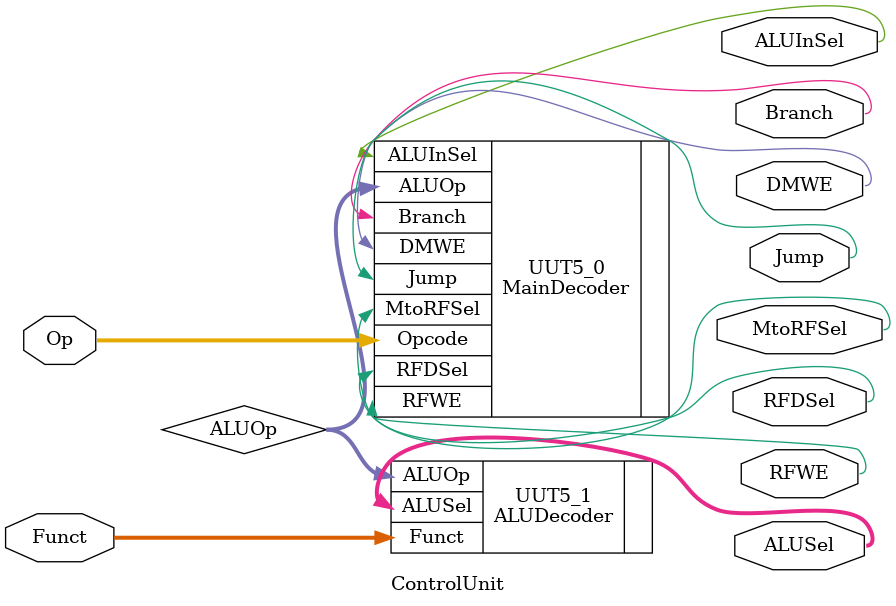
<source format=v>
`timescale 1ns / 1ps

module ControlUnit #(parameter AWL = 6, DWL = 32, DEPTH = 2**AWL)
                    (input [AWL-1:0] Op, 
                     input [AWL-1:0] Funct,
                     output [AWL-3:0] ALUSel,
                     output MtoRFSel, DMWE, 
                            Branch, ALUInSel, 
                            RFDSel, RFWE, Jump);
     
wire [AWL-5:0] ALUOp;
                     
MainDecoder #(.AWL(AWL), .DWL(DWL), .DEPTH(DEPTH)) 
            UUT5_0 (.Opcode(Op), .ALUOp(ALUOp), .MtoRFSel(MtoRFSel), 
                    .DMWE(DMWE), .Branch(Branch), .ALUInSel(ALUInSel), 
                    .RFDSel(RFDSel), .RFWE(RFWE), .Jump(Jump));
            
ALUDecoder  #(.AWL(AWL), .DWL(DWL), .DEPTH(DEPTH)) 
            UUT5_1 (.ALUOp(ALUOp), .Funct(Funct), .ALUSel(ALUSel));             
                     
endmodule

</source>
